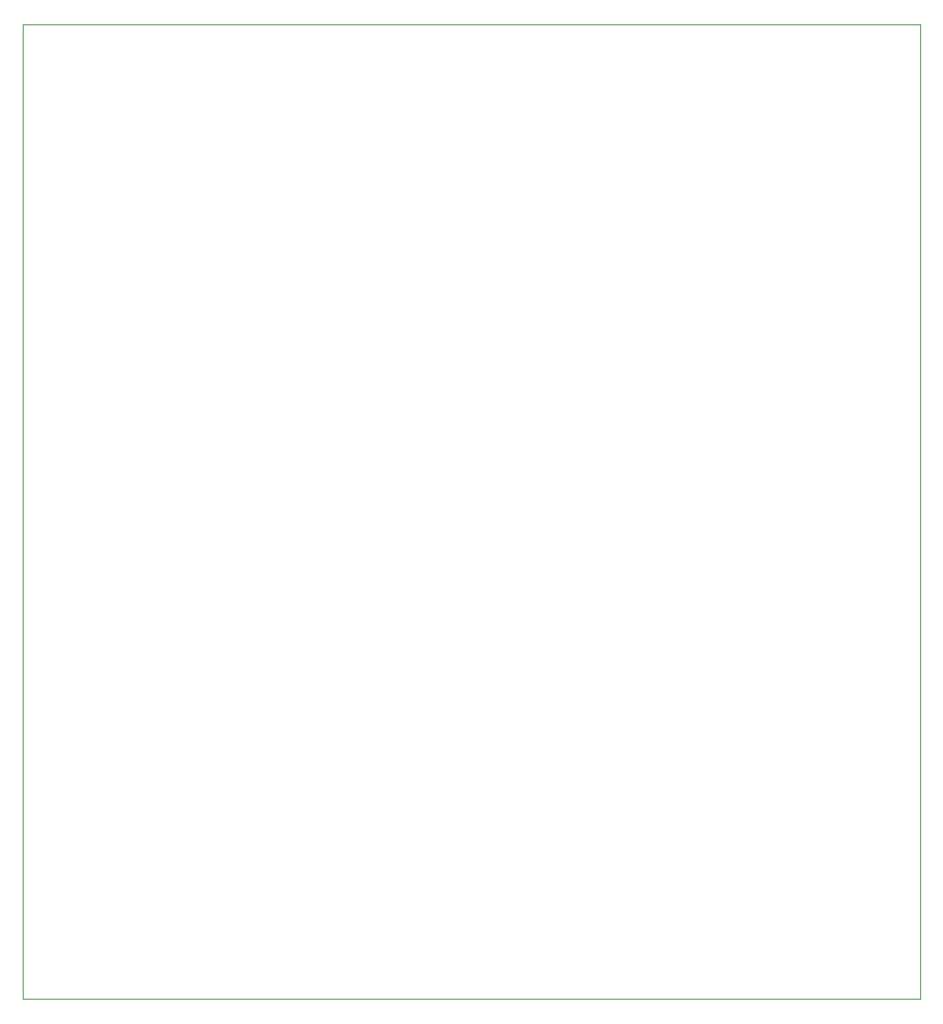
<source format=gbr>
%TF.GenerationSoftware,KiCad,Pcbnew,7.0.5*%
%TF.CreationDate,2023-08-20T17:21:48-04:00*%
%TF.ProjectId,RPi_Pico_W_A4988_control_board,5250695f-5069-4636-9f5f-575f41343938,rev?*%
%TF.SameCoordinates,Original*%
%TF.FileFunction,Profile,NP*%
%FSLAX46Y46*%
G04 Gerber Fmt 4.6, Leading zero omitted, Abs format (unit mm)*
G04 Created by KiCad (PCBNEW 7.0.5) date 2023-08-20 17:21:48*
%MOMM*%
%LPD*%
G01*
G04 APERTURE LIST*
%TA.AperFunction,Profile*%
%ADD10C,0.100000*%
%TD*%
G04 APERTURE END LIST*
D10*
X101500000Y-28000000D02*
X191750000Y-28000000D01*
X191750000Y-126000000D01*
X101500000Y-126000000D01*
X101500000Y-28000000D01*
M02*

</source>
